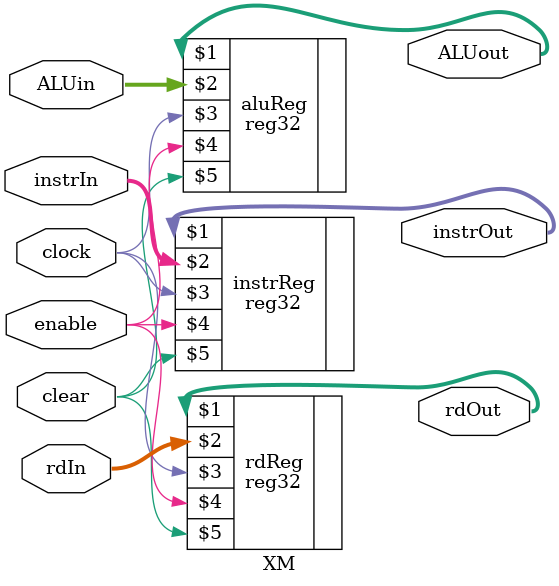
<source format=v>
module XM(instrIn, ALUin, rdIn, instrOut, ALUout, rdOut, clock, enable, clear);
	input clock, enable, clear;
	input [31:0] instrIn, ALUin, rdIn;

	output [31:0] instrOut, ALUout, rdOut;
	
	reg32 aluReg(ALUout, ALUin, clock, enable, clear);
	reg32 rdReg(rdOut, rdIn, clock, enable, clear);
	reg32 instrReg(instrOut, instrIn, clock, enable, clear);
endmodule
</source>
